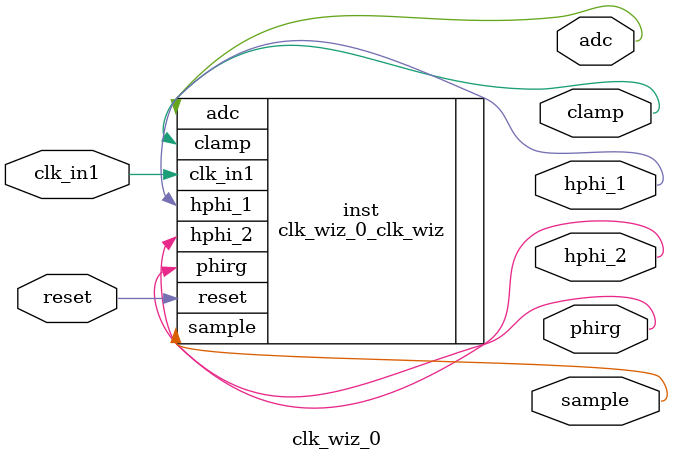
<source format=v>


`timescale 1ps/1ps

(* CORE_GENERATION_INFO = "clk_wiz_0,clk_wiz_v6_0_1_0_0,{component_name=clk_wiz_0,use_phase_alignment=true,use_min_o_jitter=false,use_max_i_jitter=false,use_dyn_phase_shift=false,use_inclk_switchover=false,use_dyn_reconfig=false,enable_axi=0,feedback_source=FDBK_AUTO,PRIMITIVE=MMCM,num_out_clk=6,clkin1_period=33.898,clkin2_period=10.0,use_power_down=false,use_reset=true,use_locked=false,use_inclk_stopped=false,feedback_type=SINGLE,CLOCK_MGR_TYPE=NA,manual_override=false}" *)

module clk_wiz_0 
 (
  // Clock out ports
  output        hphi_2,
  output        clamp,
  output        sample,
  output        phirg,
  output        hphi_1,
  output        adc,
  // Status and control signals
  input         reset,
 // Clock in ports
  input         clk_in1
 );

  clk_wiz_0_clk_wiz inst
  (
  // Clock out ports  
  .hphi_2(hphi_2),
  .clamp(clamp),
  .sample(sample),
  .phirg(phirg),
  .hphi_1(hphi_1),
  .adc(adc),
  // Status and control signals               
  .reset(reset), 
 // Clock in ports
  .clk_in1(clk_in1)
  );

endmodule

</source>
